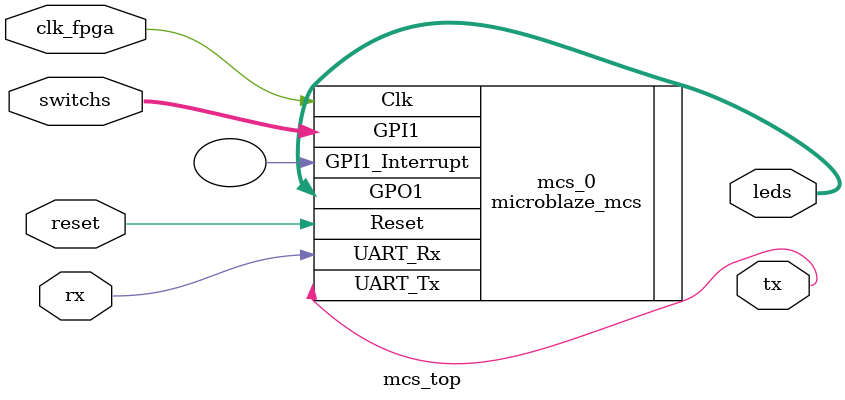
<source format=v>
`timescale 1ns / 1ps
module mcs_top(
    input clk_fpga,
    input reset,
    input rx,
    output tx,
    output [7:0] leds,
    input [7:0] switchs
    );
microblaze_mcs mcs_0 (
	.Clk(clk_fpga), // input Clk
	.Reset(reset), // input Reset
	.UART_Rx(rx), // input UART_Rx
	.UART_Tx(tx), // output UART_Tx
	.GPO1(leds), // output [7 : 0] GPO1
	.GPI1(switchs), // input [7 : 0] GPI1
	.GPI1_Interrupt() // output GPI1_Interrupt
);


endmodule

</source>
